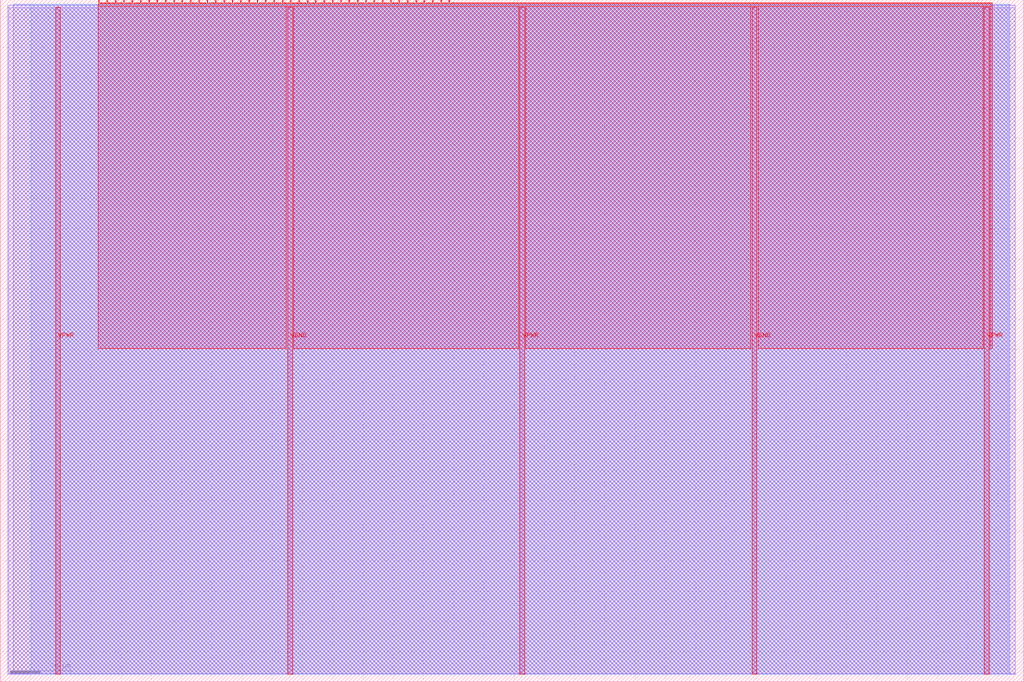
<source format=lef>
VERSION 5.7 ;
  NOWIREEXTENSIONATPIN ON ;
  DIVIDERCHAR "/" ;
  BUSBITCHARS "[]" ;
MACRO tt_um_dinogame_dup
  CLASS BLOCK ;
  FOREIGN tt_um_dinogame_dup ;
  ORIGIN 0.000 0.000 ;
  SIZE 338.560 BY 225.760 ;
  PIN VGND
    DIRECTION INOUT ;
    USE GROUND ;
    PORT
      LAYER met4 ;
        RECT 95.080 2.480 96.680 223.280 ;
    END
    PORT
      LAYER met4 ;
        RECT 248.680 2.480 250.280 223.280 ;
    END
  END VGND
  PIN VPWR
    DIRECTION INOUT ;
    USE POWER ;
    PORT
      LAYER met4 ;
        RECT 18.280 2.480 19.880 223.280 ;
    END
    PORT
      LAYER met4 ;
        RECT 171.880 2.480 173.480 223.280 ;
    END
    PORT
      LAYER met4 ;
        RECT 325.480 2.480 327.080 223.280 ;
    END
  END VPWR
  PIN clk
    DIRECTION INPUT ;
    USE SIGNAL ;
    ANTENNAGATEAREA 0.852000 ;
    PORT
      LAYER met4 ;
        RECT 145.670 224.760 145.970 225.760 ;
    END
  END clk
  PIN ena
    DIRECTION INPUT ;
    USE SIGNAL ;
    PORT
      LAYER met4 ;
        RECT 148.430 224.760 148.730 225.760 ;
    END
  END ena
  PIN rst_n
    DIRECTION INPUT ;
    USE SIGNAL ;
    ANTENNAGATEAREA 0.213000 ;
    PORT
      LAYER met4 ;
        RECT 142.910 224.760 143.210 225.760 ;
    END
  END rst_n
  PIN ui_in[0]
    DIRECTION INPUT ;
    USE SIGNAL ;
    ANTENNAGATEAREA 0.247500 ;
    PORT
      LAYER met4 ;
        RECT 140.150 224.760 140.450 225.760 ;
    END
  END ui_in[0]
  PIN ui_in[1]
    DIRECTION INPUT ;
    USE SIGNAL ;
    ANTENNAGATEAREA 0.196500 ;
    PORT
      LAYER met4 ;
        RECT 137.390 224.760 137.690 225.760 ;
    END
  END ui_in[1]
  PIN ui_in[2]
    DIRECTION INPUT ;
    USE SIGNAL ;
    ANTENNAGATEAREA 0.196500 ;
    PORT
      LAYER met4 ;
        RECT 134.630 224.760 134.930 225.760 ;
    END
  END ui_in[2]
  PIN ui_in[3]
    DIRECTION INPUT ;
    USE SIGNAL ;
    ANTENNAGATEAREA 0.126000 ;
    PORT
      LAYER met4 ;
        RECT 131.870 224.760 132.170 225.760 ;
    END
  END ui_in[3]
  PIN ui_in[4]
    DIRECTION INPUT ;
    USE SIGNAL ;
    PORT
      LAYER met4 ;
        RECT 129.110 224.760 129.410 225.760 ;
    END
  END ui_in[4]
  PIN ui_in[5]
    DIRECTION INPUT ;
    USE SIGNAL ;
    PORT
      LAYER met4 ;
        RECT 126.350 224.760 126.650 225.760 ;
    END
  END ui_in[5]
  PIN ui_in[6]
    DIRECTION INPUT ;
    USE SIGNAL ;
    PORT
      LAYER met4 ;
        RECT 123.590 224.760 123.890 225.760 ;
    END
  END ui_in[6]
  PIN ui_in[7]
    DIRECTION INPUT ;
    USE SIGNAL ;
    PORT
      LAYER met4 ;
        RECT 120.830 224.760 121.130 225.760 ;
    END
  END ui_in[7]
  PIN uio_in[0]
    DIRECTION INPUT ;
    USE SIGNAL ;
    ANTENNAGATEAREA 0.196500 ;
    PORT
      LAYER met4 ;
        RECT 118.070 224.760 118.370 225.760 ;
    END
  END uio_in[0]
  PIN uio_in[1]
    DIRECTION INPUT ;
    USE SIGNAL ;
    ANTENNAGATEAREA 0.196500 ;
    PORT
      LAYER met4 ;
        RECT 115.310 224.760 115.610 225.760 ;
    END
  END uio_in[1]
  PIN uio_in[2]
    DIRECTION INPUT ;
    USE SIGNAL ;
    ANTENNAGATEAREA 0.196500 ;
    PORT
      LAYER met4 ;
        RECT 112.550 224.760 112.850 225.760 ;
    END
  END uio_in[2]
  PIN uio_in[3]
    DIRECTION INPUT ;
    USE SIGNAL ;
    ANTENNAGATEAREA 0.196500 ;
    PORT
      LAYER met4 ;
        RECT 109.790 224.760 110.090 225.760 ;
    END
  END uio_in[3]
  PIN uio_in[4]
    DIRECTION INPUT ;
    USE SIGNAL ;
    ANTENNAGATEAREA 0.196500 ;
    PORT
      LAYER met4 ;
        RECT 107.030 224.760 107.330 225.760 ;
    END
  END uio_in[4]
  PIN uio_in[5]
    DIRECTION INPUT ;
    USE SIGNAL ;
    ANTENNAGATEAREA 0.196500 ;
    PORT
      LAYER met4 ;
        RECT 104.270 224.760 104.570 225.760 ;
    END
  END uio_in[5]
  PIN uio_in[6]
    DIRECTION INPUT ;
    USE SIGNAL ;
    ANTENNAGATEAREA 0.196500 ;
    PORT
      LAYER met4 ;
        RECT 101.510 224.760 101.810 225.760 ;
    END
  END uio_in[6]
  PIN uio_in[7]
    DIRECTION INPUT ;
    USE SIGNAL ;
    ANTENNAGATEAREA 0.196500 ;
    PORT
      LAYER met4 ;
        RECT 98.750 224.760 99.050 225.760 ;
    END
  END uio_in[7]
  PIN uio_oe[0]
    DIRECTION OUTPUT TRISTATE ;
    USE SIGNAL ;
    PORT
      LAYER met4 ;
        RECT 51.830 224.760 52.130 225.760 ;
    END
  END uio_oe[0]
  PIN uio_oe[1]
    DIRECTION OUTPUT TRISTATE ;
    USE SIGNAL ;
    PORT
      LAYER met4 ;
        RECT 49.070 224.760 49.370 225.760 ;
    END
  END uio_oe[1]
  PIN uio_oe[2]
    DIRECTION OUTPUT TRISTATE ;
    USE SIGNAL ;
    PORT
      LAYER met4 ;
        RECT 46.310 224.760 46.610 225.760 ;
    END
  END uio_oe[2]
  PIN uio_oe[3]
    DIRECTION OUTPUT TRISTATE ;
    USE SIGNAL ;
    PORT
      LAYER met4 ;
        RECT 43.550 224.760 43.850 225.760 ;
    END
  END uio_oe[3]
  PIN uio_oe[4]
    DIRECTION OUTPUT TRISTATE ;
    USE SIGNAL ;
    PORT
      LAYER met4 ;
        RECT 40.790 224.760 41.090 225.760 ;
    END
  END uio_oe[4]
  PIN uio_oe[5]
    DIRECTION OUTPUT TRISTATE ;
    USE SIGNAL ;
    PORT
      LAYER met4 ;
        RECT 38.030 224.760 38.330 225.760 ;
    END
  END uio_oe[5]
  PIN uio_oe[6]
    DIRECTION OUTPUT TRISTATE ;
    USE SIGNAL ;
    PORT
      LAYER met4 ;
        RECT 35.270 224.760 35.570 225.760 ;
    END
  END uio_oe[6]
  PIN uio_oe[7]
    DIRECTION OUTPUT TRISTATE ;
    USE SIGNAL ;
    PORT
      LAYER met4 ;
        RECT 32.510 224.760 32.810 225.760 ;
    END
  END uio_oe[7]
  PIN uio_out[0]
    DIRECTION OUTPUT TRISTATE ;
    USE SIGNAL ;
    PORT
      LAYER met4 ;
        RECT 73.910 224.760 74.210 225.760 ;
    END
  END uio_out[0]
  PIN uio_out[1]
    DIRECTION OUTPUT TRISTATE ;
    USE SIGNAL ;
    PORT
      LAYER met4 ;
        RECT 71.150 224.760 71.450 225.760 ;
    END
  END uio_out[1]
  PIN uio_out[2]
    DIRECTION OUTPUT TRISTATE ;
    USE SIGNAL ;
    PORT
      LAYER met4 ;
        RECT 68.390 224.760 68.690 225.760 ;
    END
  END uio_out[2]
  PIN uio_out[3]
    DIRECTION OUTPUT TRISTATE ;
    USE SIGNAL ;
    PORT
      LAYER met4 ;
        RECT 65.630 224.760 65.930 225.760 ;
    END
  END uio_out[3]
  PIN uio_out[4]
    DIRECTION OUTPUT TRISTATE ;
    USE SIGNAL ;
    PORT
      LAYER met4 ;
        RECT 62.870 224.760 63.170 225.760 ;
    END
  END uio_out[4]
  PIN uio_out[5]
    DIRECTION OUTPUT TRISTATE ;
    USE SIGNAL ;
    PORT
      LAYER met4 ;
        RECT 60.110 224.760 60.410 225.760 ;
    END
  END uio_out[5]
  PIN uio_out[6]
    DIRECTION OUTPUT TRISTATE ;
    USE SIGNAL ;
    PORT
      LAYER met4 ;
        RECT 57.350 224.760 57.650 225.760 ;
    END
  END uio_out[6]
  PIN uio_out[7]
    DIRECTION OUTPUT TRISTATE ;
    USE SIGNAL ;
    PORT
      LAYER met4 ;
        RECT 54.590 224.760 54.890 225.760 ;
    END
  END uio_out[7]
  PIN uo_out[0]
    DIRECTION OUTPUT TRISTATE ;
    USE SIGNAL ;
    ANTENNADIFFAREA 0.795200 ;
    PORT
      LAYER met4 ;
        RECT 95.990 224.760 96.290 225.760 ;
    END
  END uo_out[0]
  PIN uo_out[1]
    DIRECTION OUTPUT TRISTATE ;
    USE SIGNAL ;
    ANTENNADIFFAREA 0.795200 ;
    PORT
      LAYER met4 ;
        RECT 93.230 224.760 93.530 225.760 ;
    END
  END uo_out[1]
  PIN uo_out[2]
    DIRECTION OUTPUT TRISTATE ;
    USE SIGNAL ;
    ANTENNADIFFAREA 0.795200 ;
    PORT
      LAYER met4 ;
        RECT 90.470 224.760 90.770 225.760 ;
    END
  END uo_out[2]
  PIN uo_out[3]
    DIRECTION OUTPUT TRISTATE ;
    USE SIGNAL ;
    ANTENNADIFFAREA 0.891000 ;
    PORT
      LAYER met4 ;
        RECT 87.710 224.760 88.010 225.760 ;
    END
  END uo_out[3]
  PIN uo_out[4]
    DIRECTION OUTPUT TRISTATE ;
    USE SIGNAL ;
    ANTENNADIFFAREA 0.795200 ;
    PORT
      LAYER met4 ;
        RECT 84.950 224.760 85.250 225.760 ;
    END
  END uo_out[4]
  PIN uo_out[5]
    DIRECTION OUTPUT TRISTATE ;
    USE SIGNAL ;
    ANTENNADIFFAREA 0.795200 ;
    PORT
      LAYER met4 ;
        RECT 82.190 224.760 82.490 225.760 ;
    END
  END uo_out[5]
  PIN uo_out[6]
    DIRECTION OUTPUT TRISTATE ;
    USE SIGNAL ;
    ANTENNADIFFAREA 0.795200 ;
    PORT
      LAYER met4 ;
        RECT 79.430 224.760 79.730 225.760 ;
    END
  END uo_out[6]
  PIN uo_out[7]
    DIRECTION OUTPUT TRISTATE ;
    USE SIGNAL ;
    ANTENNADIFFAREA 0.795200 ;
    PORT
      LAYER met4 ;
        RECT 76.670 224.760 76.970 225.760 ;
    END
  END uo_out[7]
  OBS
      LAYER li1 ;
        RECT 2.760 2.635 335.800 223.125 ;
      LAYER met1 ;
        RECT 2.460 2.480 335.800 224.020 ;
      LAYER met2 ;
        RECT 4.240 2.535 333.860 224.245 ;
      LAYER met3 ;
        RECT 10.185 2.555 333.435 224.225 ;
      LAYER met4 ;
        RECT 33.210 224.360 34.870 224.760 ;
        RECT 35.970 224.360 37.630 224.760 ;
        RECT 38.730 224.360 40.390 224.760 ;
        RECT 41.490 224.360 43.150 224.760 ;
        RECT 44.250 224.360 45.910 224.760 ;
        RECT 47.010 224.360 48.670 224.760 ;
        RECT 49.770 224.360 51.430 224.760 ;
        RECT 52.530 224.360 54.190 224.760 ;
        RECT 55.290 224.360 56.950 224.760 ;
        RECT 58.050 224.360 59.710 224.760 ;
        RECT 60.810 224.360 62.470 224.760 ;
        RECT 63.570 224.360 65.230 224.760 ;
        RECT 66.330 224.360 67.990 224.760 ;
        RECT 69.090 224.360 70.750 224.760 ;
        RECT 71.850 224.360 73.510 224.760 ;
        RECT 74.610 224.360 76.270 224.760 ;
        RECT 77.370 224.360 79.030 224.760 ;
        RECT 80.130 224.360 81.790 224.760 ;
        RECT 82.890 224.360 84.550 224.760 ;
        RECT 85.650 224.360 87.310 224.760 ;
        RECT 88.410 224.360 90.070 224.760 ;
        RECT 91.170 224.360 92.830 224.760 ;
        RECT 93.930 224.360 95.590 224.760 ;
        RECT 96.690 224.360 98.350 224.760 ;
        RECT 99.450 224.360 101.110 224.760 ;
        RECT 102.210 224.360 103.870 224.760 ;
        RECT 104.970 224.360 106.630 224.760 ;
        RECT 107.730 224.360 109.390 224.760 ;
        RECT 110.490 224.360 112.150 224.760 ;
        RECT 113.250 224.360 114.910 224.760 ;
        RECT 116.010 224.360 117.670 224.760 ;
        RECT 118.770 224.360 120.430 224.760 ;
        RECT 121.530 224.360 123.190 224.760 ;
        RECT 124.290 224.360 125.950 224.760 ;
        RECT 127.050 224.360 128.710 224.760 ;
        RECT 129.810 224.360 131.470 224.760 ;
        RECT 132.570 224.360 134.230 224.760 ;
        RECT 135.330 224.360 136.990 224.760 ;
        RECT 138.090 224.360 139.750 224.760 ;
        RECT 140.850 224.360 142.510 224.760 ;
        RECT 143.610 224.360 145.270 224.760 ;
        RECT 146.370 224.360 148.030 224.760 ;
        RECT 149.130 224.360 328.145 224.760 ;
        RECT 32.495 223.680 328.145 224.360 ;
        RECT 32.495 110.335 94.680 223.680 ;
        RECT 97.080 110.335 171.480 223.680 ;
        RECT 173.880 110.335 248.280 223.680 ;
        RECT 250.680 110.335 325.080 223.680 ;
        RECT 327.480 110.335 328.145 223.680 ;
  END
END tt_um_dinogame_dup
END LIBRARY


</source>
